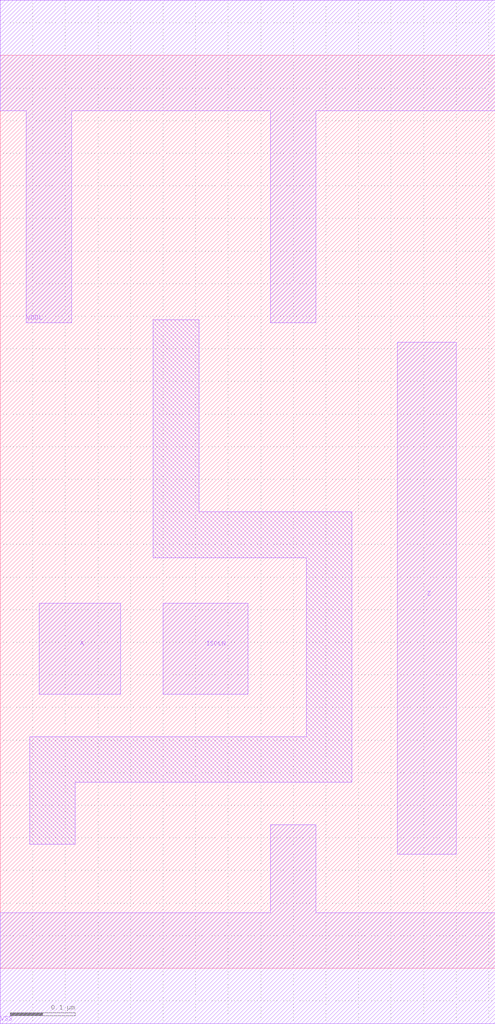
<source format=lef>
# 
# ******************************************************************************
# *                                                                            *
# *                   Copyright (C) 2004-2011, Nangate Inc.                    *
# *                           All rights reserved.                             *
# *                                                                            *
# * Nangate and the Nangate logo are trademarks of Nangate Inc.                *
# *                                                                            *
# * All trademarks, logos, software marks, and trade names (collectively the   *
# * "Marks") in this program are proprietary to Nangate or other respective    *
# * owners that have granted Nangate the right and license to use such Marks.  *
# * You are not permitted to use the Marks without the prior written consent   *
# * of Nangate or such third party that may own the Marks.                     *
# *                                                                            *
# * This file has been provided pursuant to a License Agreement containing     *
# * restrictions on its use. This file contains valuable trade secrets and     *
# * proprietary information of Nangate Inc., and is protected by U.S. and      *
# * international laws and/or treaties.                                        *
# *                                                                            *
# * The copyright notice(s) in this file does not indicate actual or intended  *
# * publication of this file.                                                  *
# *                                                                            *
# *     NGLibraryCreator, v2010.08-HR32-SP3-2010-08-05 - build 1009061800      *
# *                                                                            *
# ******************************************************************************
# 
# 
# Running on server08.nangate.com for user Giancarlo Franciscatto (gfr).
# Local time is now Thu, 6 Jan 2011, 18:10:28.
# Main process id is 3320.

VERSION 5.6 ;
BUSBITCHARS "[]" ;
DIVIDERCHAR "/" ;

MACRO LS_HLEN_X2
  CLASS core ;
  FOREIGN LS_HLEN_X2 0.0 0.0 ;
  ORIGIN 0 0 ;
  SYMMETRY X Y ;
  SITE NCSU_FreePDK_45nm ;
  SIZE 0.76 BY 1.4 ;
  PIN A
    DIRECTION INPUT ;
    ANTENNAPARTIALMETALAREA 0.0175 LAYER metal1 ;
    ANTENNAPARTIALMETALSIDEAREA 0.0689 LAYER metal1 ;
    ANTENNAGATEAREA 0.01925 ;
    PORT
      LAYER metal1 ;
        POLYGON 0.06 0.42 0.185 0.42 0.185 0.56 0.06 0.56  ;
    END
  END A
  PIN ISOLN
    DIRECTION INPUT ;
    ANTENNAPARTIALMETALAREA 0.0182 LAYER metal1 ;
    ANTENNAPARTIALMETALSIDEAREA 0.0702 LAYER metal1 ;
    ANTENNAGATEAREA 0.01925 ;
    PORT
      LAYER metal1 ;
        POLYGON 0.25 0.42 0.38 0.42 0.38 0.56 0.25 0.56  ;
    END
  END ISOLN
  PIN Z
    DIRECTION OUTPUT ;
    ANTENNAPARTIALMETALAREA 0.07065 LAYER metal1 ;
    ANTENNAPARTIALMETALSIDEAREA 0.2275 LAYER metal1 ;
    ANTENNADIFFAREA 0.0756 ;
    PORT
      LAYER metal1 ;
        POLYGON 0.61 0.175 0.7 0.175 0.7 0.96 0.61 0.96  ;
    END
  END Z
  PIN VDDL
    DIRECTION INOUT ;
    USE power ;
    SHAPE ABUTMENT ;
    PORT
      LAYER metal1 ;
        POLYGON 0 1.315 0.04 1.315 0.04 0.99 0.11 0.99 0.11 1.315 0.415 1.315 0.415 0.99 0.485 0.99 0.485 1.315 0.54 1.315 0.76 1.315 0.76 1.485 0.54 1.485 0 1.485  ;
    END
  END VDDL
  PIN VSS
    DIRECTION INOUT ;
    USE ground ;
    SHAPE ABUTMENT ;
    PORT
      LAYER metal1 ;
        POLYGON 0 -0.085 0.76 -0.085 0.76 0.085 0.485 0.085 0.485 0.22 0.415 0.22 0.415 0.085 0 0.085  ;
    END
  END VSS
  OBS
      LAYER metal1 ;
        POLYGON 0.235 0.63 0.47 0.63 0.47 0.355 0.045 0.355 0.045 0.19 0.115 0.19 0.115 0.285 0.54 0.285 0.54 0.7 0.305 0.7 0.305 0.995 0.235 0.995  ;
  END
END LS_HLEN_X2

END LIBRARY
#
# End of file
#

</source>
